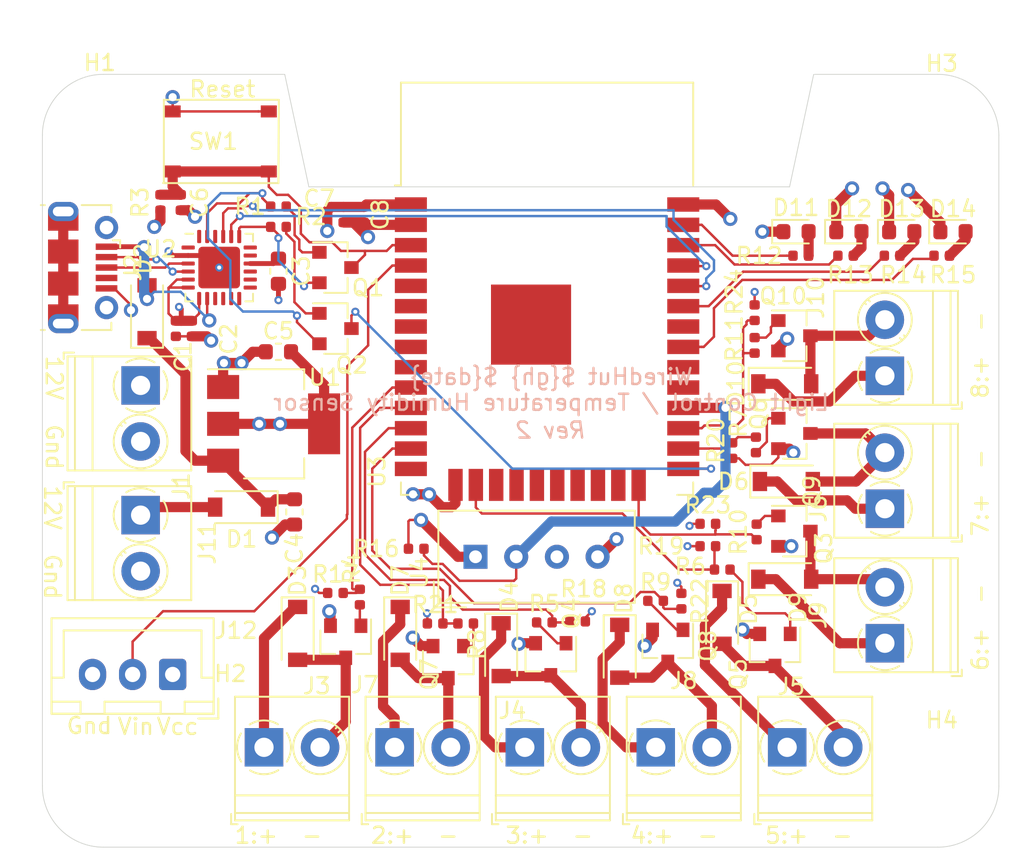
<source format=kicad_pcb>
(kicad_pcb (version 20211014) (generator pcbnew)
  (title_block (date "${date}") (rev "${gh}") (comment 4 "@Comment4@"))
  (layers (0 "F.Cu" signal) (1 "In1.Cu" power) (2 "In2.Cu" power) (31 "B.Cu" signal) (34 "B.Paste" user) (35 "F.Paste" user) (36 "B.SilkS" user "B.Silkscreen") (37 "F.SilkS" user "F.Silkscreen") (38 "B.Mask" user) (39 "F.Mask" user) (44 "Edge.Cuts" user))
  (net 0 "")
  (net 1 "GND")
  (net 2 "+3V3")
  (net 3 "Net-(C3-Pad1)")
  (net 4 "Net-(C4-Pad1)")
  (net 5 "/EN")
  (net 6 "VCC")
  (net 7 "VBUS")
  (net 8 "/USB_RTS")
  (net 9 "Net-(Q1-Pad1)")
  (net 10 "/IO0")
  (net 11 "/USB_DTR")
  (net 12 "Net-(Q2-Pad1)")
  (net 13 "/USB_TX")
  (net 14 "/USB_RX")
  (net 15 "/USB_DM")
  (net 16 "/USB_DP")
  (net 17 "Net-(D3-Pad2)")
  (net 18 "Net-(D4-Pad2)")
  (net 19 "Net-(D5-Pad2)")
  (net 20 "Net-(D6-Pad2)")
  (net 21 "Net-(D7-Pad2)")
  (net 22 "Net-(D8-Pad2)")
  (net 23 "Net-(D9-Pad2)")
  (net 24 "Net-(D10-Pad2)")
  (net 25 "Net-(Q3-Pad1)")
  (net 26 "Net-(Q4-Pad1)")
  (net 27 "Net-(Q5-Pad1)")
  (net 28 "Net-(Q6-Pad1)")
  (net 29 "Net-(Q7-Pad1)")
  (net 30 "Net-(Q8-Pad1)")
  (net 31 "Net-(Q9-Pad1)")
  (net 32 "Net-(Q10-Pad1)")
  (net 33 "/PIR_A")
  (net 34 "/CH_1")
  (net 35 "/CH_3")
  (net 36 "/CH_5")
  (net 37 "/CH_7")
  (net 38 "/CH_2")
  (net 39 "/CH_4")
  (net 40 "/CH_6")
  (net 41 "/CH_8")
  (net 42 "Net-(D11-Pad2)")
  (net 43 "Net-(D12-Pad2)")
  (net 44 "Net-(D13-Pad2)")
  (net 45 "Net-(D14-Pad2)")
  (net 46 "/LED1")
  (net 47 "/LED2")
  (net 48 "/LED3")
  (net 49 "/LED4")
  (net 50 "/DHT_IO")
  (footprint "Resistor_SMD:R_0402_1005Metric" (layer "F.Cu") (at 111.2 69.85 -90)
    (fp_text reference "C1")
    (fp_text value "1uF")
  )
  (footprint "Resistor_SMD:R_0402_1005Metric" (layer "F.Cu") (at 112.2 69.85 -90)
    (fp_text reference "C2")
    (fp_text value "0.1uF")
  )
  (footprint "Resistor_SMD:R_0603_1608Metric" (layer "F.Cu") (at 117.602 66.2685 -90)
    (fp_text reference "C3")
    (fp_text value "4.7uF")
  )
  (footprint "Resistor_SMD:R_0603_1608Metric" (layer "F.Cu") (at 118.6 81.3 -90)
    (fp_text reference "C4")
    (fp_text value "1uF")
  )
  (footprint "Resistor_SMD:R_0603_1608Metric" (layer "F.Cu") (at 117.6 71.3 180)
    (fp_text reference "C5")
    (fp_text value "22uF")
  )
  (footprint "Resistor_SMD:R_0402_1005Metric" (layer "F.Cu") (at 122.936 62.738 90)
    (fp_text reference "C8")
    (fp_text value "0.1uF")
  )
  (footprint "Diode_SMD:D_SOD-123" (layer "F.Cu") (at 115.3 81 180)
    (fp_text reference "D1")
    (fp_text value "D_Schottky")
  )
  (footprint "Diode_SMD:D_SOD-123" (layer "F.Cu") (at 109.4 68.8 90)
    (fp_text reference "D2")
    (fp_text value "D_Schottky")
  )
  (footprint "Package_TO_SOT_SMD:SOT-23" (layer "F.Cu") (at 121.158 69.85)
    (fp_text reference "Q2")
    (fp_text value "Q_NPN_BEC")
  )
  (footprint "Resistor_SMD:R_0402_1005Metric" (layer "F.Cu") (at 117.602 62.23 180)
    (fp_text reference "R1")
    (fp_text value "10kR")
  )
  (footprint "Resistor_SMD:R_0402_1005Metric" (layer "F.Cu") (at 117.602 63.5 180)
    (fp_text reference "R2")
    (fp_text value "10kR")
  )
  (footprint "Resistor_SMD:R_0402_1005Metric" (layer "F.Cu") (at 110.236 61.976 -90)
    (fp_text reference "R3")
    (fp_text value "10kR")
  )
  (footprint "footprints:TS-1187A" (layer "F.Cu") (at 114 58.166)
    (fp_text reference "SW1")
    (fp_text value "SW_Push")
  )
  (footprint "Package_TO_SOT_SMD:SOT-223-3_TabPin2" (layer "F.Cu") (at 117.3 75.8)
    (fp_text reference "U1")
    (fp_text value "AZ1117-3.3")
  )
  (footprint "Package_DFN_QFN:QFN-24-1EP_4x4mm_P0.5mm_EP2.6x2.6mm" (layer "F.Cu") (at 113.904 66.04)
    (fp_text reference "U2")
    (fp_text value "CP2104")
  )
  (footprint "RF_Module:ESP32-WROOM-32" (layer "F.Cu") (at 134.366 70.358)
    (fp_text reference "U3")
    (fp_text value "ESP32-WROOM-32")
  )
  (footprint "Diode_SMD:D_SOD-123" (layer "F.Cu") (at 118.8 88.884 -90)
    (fp_text reference "D3")
    (fp_text value "D_Schottky")
  )
  (footprint "Connector_USB:USB_Micro-B_Molex-105017-0001" (layer "F.Cu") (at 105.41 66.04 -90)
    (fp_text reference "J2")
    (fp_text value "USB_B_Micro")
  )
  (footprint "Resistor_SMD:R_0402_1005Metric" (layer "F.Cu") (at 122.682 86.614 90)
    (fp_text reference "R4")
    (fp_text value "100R")
  )
  (footprint "Resistor_SMD:R_0402_1005Metric" (layer "F.Cu") (at 134.2 88.2)
    (fp_text reference "R5")
    (fp_text value "100R")
  )
  (footprint "Resistor_SMD:R_0402_1005Metric" (layer "F.Cu") (at 145.3 84.9 180)
    (fp_text reference "R6")
    (fp_text value "100R")
  )
  (footprint "Resistor_SMD:R_0402_1005Metric" (layer "F.Cu") (at 147.4 77.115 90)
    (fp_text reference "R7")
    (fp_text value "100R")
  )
  (footprint "Resistor_SMD:R_0402_1005Metric" (layer "F.Cu") (at 129.286 88.265 180)
    (fp_text reference "R8")
    (fp_text value "100R")
  )
  (footprint "Resistor_SMD:R_0402_1005Metric" (layer "F.Cu") (at 141.138 86.852)
    (fp_text reference "R9")
    (fp_text value "100R")
  )
  (footprint "Resistor_SMD:R_0402_1005Metric" (layer "F.Cu") (at 147.32 70.9 -90)
    (fp_text reference "R11")
    (fp_text value "100R")
  )
  (footprint "TerminalBlock_Phoenix:TerminalBlock_Phoenix_PT-1,5-2-3.5-H_1x02_P3.50mm_Horizontal" (layer "F.Cu") (at 109 73.4 -90)
    (fp_text reference "J1")
    (fp_text value "Screw_Terminal_01x02")
  )
  (footprint "TerminalBlock_Phoenix:TerminalBlock_Phoenix_PT-1,5-2-3.5-H_1x02_P3.50mm_Horizontal" (layer "F.Cu") (at 116.7 96)
    (fp_text reference "J3")
    (fp_text value "Screw_Terminal_01x02")
  )
  (footprint "Resistor_SMD:R_0402_1005Metric" (layer "F.Cu") (at 121.666 62.738 90)
    (fp_text reference "C7")
    (fp_text value "10uF")
  )
  (footprint "Package_TO_SOT_SMD:SOT-23" (layer "F.Cu") (at 121.158 66.04)
    (fp_text reference "Q1")
    (fp_text value "Q_NPN_BEC")
  )
  (footprint "Resistor_SMD:R_0402_1005Metric" (layer "F.Cu") (at 111.506 61.976 -90)
    (fp_text reference "C6")
    (fp_text value "0.1uF")
  )
  (footprint "Diode_SMD:D_SOD-123" (layer "F.Cu") (at 131.5 89.9 -90)
    (fp_text reference "D4")
    (fp_text value "D_Schottky")
  )
  (footprint "Diode_SMD:D_SOD-123" (layer "F.Cu") (at 145.288 87.884 -90)
    (fp_text reference "D5")
    (fp_text value "D_Schottky")
  )
  (footprint "Diode_SMD:D_SOD-123" (layer "F.Cu") (at 149.3 79.4)
    (fp_text reference "D6")
    (fp_text value "D_Schottky")
  )
  (footprint "Diode_SMD:D_SOD-123" (layer "F.Cu") (at 125.2 88.884 -90)
    (fp_text reference "D7")
    (fp_text value "D_Schottky")
  )
  (footprint "Diode_SMD:D_SOD-123" (layer "F.Cu") (at 138.9 90 -90)
    (fp_text reference "D8")
    (fp_text value "D_Schottky")
  )
  (footprint "Diode_SMD:D_SOD-123" (layer "F.Cu") (at 149.2 73.3)
    (fp_text reference "D10")
    (fp_text value "D_Schottky")
  )
  (footprint "Package_TO_SOT_SMD:SOT-23" (layer "F.Cu") (at 134.6 90.5 -90)
    (fp_text reference "Q4")
    (fp_text value "Q_NMOS_GDS")
  )
  (footprint "Package_TO_SOT_SMD:SOT-23" (layer "F.Cu") (at 148.59 89.916 -90)
    (fp_text reference "Q5")
    (fp_text value "Q_NMOS_GDS")
  )
  (footprint "Package_TO_SOT_SMD:SOT-23" (layer "F.Cu") (at 149.8 76.4)
    (fp_text reference "Q6")
    (fp_text value "Q_NMOS_GDS")
  )
  (footprint "Package_TO_SOT_SMD:SOT-23" (layer "F.Cu") (at 128.2 90.678 -90)
    (fp_text reference "Q7")
    (fp_text value "Q_NMOS_GDS")
  )
  (footprint "Package_TO_SOT_SMD:SOT-23" (layer "F.Cu") (at 141.9 89.662 -90)
    (fp_text reference "Q8")
    (fp_text value "Q_NMOS_GDS")
  )
  (footprint "TerminalBlock_Phoenix:TerminalBlock_Phoenix_PT-1,5-2-3.5-H_1x02_P3.50mm_Horizontal" (layer "F.Cu") (at 132.978 96)
    (fp_text reference "J4")
    (fp_text value "Screw_Terminal_01x02")
  )
  (footprint "TerminalBlock_Phoenix:TerminalBlock_Phoenix_PT-1,5-2-3.5-H_1x02_P3.50mm_Horizontal" (layer "F.Cu") (at 149.35 96)
    (fp_text reference "J5")
    (fp_text value "Screw_Terminal_01x02")
  )
  (footprint "TerminalBlock_Phoenix:TerminalBlock_Phoenix_PT-1,5-2-3.5-H_1x02_P3.50mm_Horizontal" (layer "F.Cu") (at 155.448 81.1 90)
    (fp_text reference "J6")
    (fp_text value "Screw_Terminal_01x02")
  )
  (footprint "TerminalBlock_Phoenix:TerminalBlock_Phoenix_PT-1,5-2-3.5-H_1x02_P3.50mm_Horizontal" (layer "F.Cu") (at 124.85 96)
    (fp_text reference "J7")
    (fp_text value "Screw_Terminal_01x02")
  )
  (footprint "TerminalBlock_Phoenix:TerminalBlock_Phoenix_PT-1,5-2-3.5-H_1x02_P3.50mm_Horizontal" (layer "F.Cu") (at 141.15 96)
    (fp_text reference "J8")
    (fp_text value "Screw_Terminal_01x02")
  )
  (footprint "TerminalBlock_Phoenix:TerminalBlock_Phoenix_PT-1,5-2-3.5-H_1x02_P3.50mm_Horizontal" (layer "F.Cu") (at 155.448 72.8 90)
    (fp_text reference "J10")
    (fp_text value "Screw_Terminal_01x02")
  )
  (footprint "Resistor_SMD:R_0402_1005Metric" (layer "F.Cu") (at 147.447 82.55 -90)
    (fp_text reference "R10")
    (fp_text value "100R")
  )
  (footprint "TerminalBlock_Phoenix:TerminalBlock_Phoenix_PT-1,5-2-3.5-H_1x02_P3.50mm_Horizontal" (layer "F.Cu") (at 155.448 89.5 90)
    (fp_text reference "J9")
    (fp_text value "Screw_Terminal_01x02")
  )
  (footprint "Package_TO_SOT_SMD:SOT-23" (layer "F.Cu") (at 149.8 82.5)
    (fp_text reference "Q9")
    (fp_text value "Q_NMOS_GDS")
  )
  (footprint "TerminalBlock_Phoenix:TerminalBlock_Phoenix_PT-1,5-2-3.5-H_1x02_P3.50mm_Horizontal" (layer "F.Cu") (at 109 81.5 -90)
    (fp_text reference "J11")
    (fp_text value "Screw_Terminal_01x02")
  )
  (footprint "Connector_JST:JST_XH_B3B-XH-A_1x03_P2.50mm_Vertical" (layer "F.Cu") (at 111 91.45 180)
    (fp_text reference "J12")
    (fp_text value "Conn_01x03")
  )
  (footprint "MountingHole:MountingHole_3.2mm_M3" (layer "F.Cu") (at 106.45 57.45)
    (fp_text reference "H1")
    (fp_text value "MountingHole")
  )
  (footprint "MountingHole:MountingHole_3.2mm_M3" (layer "F.Cu") (at 106.5 98.5)
    (fp_text reference "H2")
    (fp_text value "MountingHole")
  )
  (footprint "MountingHole:MountingHole_3.2mm_M3" (layer "F.Cu") (at 159 57.5)
    (fp_text reference "H3")
    (fp_text value "MountingHole")
  )
  (footprint "MountingHole:MountingHole_3.2mm_M3" (layer "F.Cu") (at 159 98.5)
    (fp_text reference "H4")
    (fp_text value "MountingHole")
  )
  (footprint "Diode_SMD:D_SOD-123" (layer "F.Cu") (at 149.2 85.5)
    (fp_text reference "D9")
    (fp_text value "D_Schottky")
  )
  (footprint "LED_SMD:LED_0603_1608Metric" (layer "F.Cu") (at 149.9 63.8)
    (fp_text reference "D11")
    (fp_text value "Green")
  )
  (footprint "LED_SMD:LED_0603_1608Metric" (layer "F.Cu") (at 153.2 63.8)
    (fp_text reference "D12")
    (fp_text value "Green")
  )
  (footprint "LED_SMD:LED_0603_1608Metric" (layer "F.Cu") (at 156.5 63.8)
    (fp_text reference "D13")
    (fp_text value "Red")
  )
  (footprint "LED_SMD:LED_0603_1608Metric" (layer "F.Cu") (at 159.7 63.8)
    (fp_text reference "D14")
    (fp_text value "Red")
  )
  (footprint "Resistor_SMD:R_0402_1005Metric" (layer "F.Cu") (at 150.2 65.3)
    (fp_text reference "R12")
    (fp_text value "47R")
  )
  (footprint "Resistor_SMD:R_0402_1005Metric" (layer "F.Cu") (at 153 65.3)
    (fp_text reference "R13")
    (fp_text value "47R")
  )
  (footprint "Resistor_SMD:R_0402_1005Metric" (layer "F.Cu") (at 155.9 65.3)
    (fp_text reference "R14")
    (fp_text value "150R")
  )
  (footprint "Resistor_SMD:R_0402_1005Metric" (layer "F.Cu") (at 159 65.3)
    (fp_text reference "R15")
    (fp_text value "150R")
  )
  (footprint "Sensor:Aosong_DHT11_5.5x12.0_P2.54mm" (layer "F.Cu") (at 129.9 84.1 90)
    (fp_text reference "U4")
    (fp_text value "DHT11")
  )
  (footprint "Resistor_SMD:R_0402_1005Metric" (layer "F.Cu") (at 126.2 83.6 180)
    (fp_text reference "R16")
    (fp_text value "10kR")
  )
  (footprint "Package_TO_SOT_SMD:SOT-23" (layer "F.Cu") (at 121.8 89.408 -90)
    (fp_text reference "Q3")
    (fp_text value "Q_NMOS_GSD")
  )
  (footprint "Resistor_SMD:R_0402_1005Metric" (layer "F.Cu") (at 121.158 86.36)
    (fp_text reference "R17")
    (fp_text value "10kR")
  )
  (footprint "Resistor_SMD:R_0402_1005Metric" (layer "F.Cu") (at 136.271 88.138 180)
    (fp_text reference "R18")
    (fp_text value "10kR")
  )
  (footprint "Resistor_SMD:R_0402_1005Metric" (layer "F.Cu") (at 144.399 83.439)
    (fp_text reference "R19")
    (fp_text value "10kR")
  )
  (footprint "Resistor_SMD:R_0402_1005Metric" (layer "F.Cu") (at 145.923 77.47 90)
    (fp_text reference "R20")
    (fp_text value "10kR")
  )
  (footprint "Resistor_SMD:R_0402_1005Metric" (layer "F.Cu") (at 127.381 88.265)
    (fp_text reference "R21")
    (fp_text value "10kR")
  )
  (footprint "Resistor_SMD:R_0402_1005Metric" (layer "F.Cu") (at 142.748 86.868 -90)
    (fp_text reference "R22")
    (fp_text value "10kR")
  )
  (footprint "Resistor_SMD:R_0402_1005Metric" (layer "F.Cu") (at 144.399 82.042)
    (fp_text reference "R23")
    (fp_text value "10kR")
  )
  (footprint "Resistor_SMD:R_0402_1005Metric" (layer "F.Cu") (at 147.32 68.857 -90)
    (fp_text reference "R24")
    (fp_text value "10kR")
  )
  (footprint "Package_TO_SOT_SMD:SOT-23" (layer "F.Cu") (at 149.8 70.3)
    (fp_text reference "Q10")
    (fp_text value "Q_NMOS_GDS")
  )
  (gr_line (start 102.87 57.785) (end 102.87 98.425) (layer "Edge.Cuts") (width 0.05))
  (gr_line (start 106.68 102.235) (end 158.75 102.235) (layer "Edge.Cuts") (width 0.05))
  (gr_line (start 162.56 98.425) (end 162.56 57.785) (layer "Edge.Cuts") (width 0.05))
  (gr_line (start 117.975 53.975) (end 118 54) (layer "Edge.Cuts") (width 0.05))
  (gr_line (start 151.025 53.975) (end 151 54) (layer "Edge.Cuts") (width 0.05))
  (gr_line (start 158.75 53.975) (end 151.025 53.975) (layer "Edge.Cuts") (width 0.05))
  (gr_arc (start 106.68 102.235) (mid 103.985923 101.119077) (end 102.87 98.425) (layer "Edge.Cuts") (width 0.05))
  (gr_arc (start 102.87 57.785) (mid 103.985923 55.090923) (end 106.68 53.975) (layer "Edge.Cuts") (width 0.05))
  (gr_arc (start 162.56 98.425) (mid 161.444077 101.119077) (end 158.75 102.235) (layer "Edge.Cuts") (width 0.05))
  (gr_line (start 119.5 61) (end 149.5 61) (layer "Edge.Cuts") (width 0.05))
  (gr_arc (start 158.75 53.975) (mid 161.444077 55.090923) (end 162.56 57.785) (layer "Edge.Cuts") (width 0.05))
  (gr_line (start 106.68 53.975) (end 117.975 53.975) (layer "Edge.Cuts") (width 0.05))
  (gr_line (start 149.5 61) (end 151 54) (layer "Edge.Cuts") (width 0.05))
  (gr_line (start 118 54) (end 119.5 61) (layer "Edge.Cuts") (width 0.05))
  (gr_text "Rev 2" (at 134.62 76.2) (layer "B.SilkS") (effects (font (size 1 1) (thickness 0.15) italic) (justify mirror)))
  (gr_text "WiredHut ${gh} ${date}\nLight Control / Temperature Humidity Sensor" (at 134.62 73.66) (layer "B.SilkS") (effects (font (size 1 1)) (justify mirror)))
  (gr_text "12V  Gnd" (at 103.5 83.2 270) (layer "F.SilkS") (effects (font (size 1 1))))
  (gr_text "5:+  -" (at 150.7 101.5) (layer "F.SilkS") (effects (font (size 1 1))))
  (gr_text "Gnd" (at 105.8 94.65) (layer "F.SilkS") (effects (font (size 1 1))))
  (gr_text "6:+  -" (at 161.4 88.5 90) (layer "F.SilkS") (effects (font (size 1 1))))
  (gr_text "8:+  -" (at 161.4 71.5 90) (layer "F.SilkS") (effects (font (size 1 1))))
  (gr_text "Vcc" (at 111.3 94.7) (layer "F.SilkS") (effects (font (size 1 1))))
  (gr_text "Vin" (at 108.7 94.7) (layer "F.SilkS") (effects (font (size 1 1))))
  (gr_text "4:+  -" (at 142.3 101.5) (layer "F.SilkS") (effects (font (size 1 1))))
  (gr_text "12V  Gnd" (at 103.6 75.1 270) (layer "F.SilkS") (effects (font (size 1 1))))
  (gr_text "2:+  -" (at 126.1 101.5) (layer "F.SilkS") (effects (font (size 1 1))))
  (gr_text "1:+  -" (at 117.6 101.5) (layer "F.SilkS") (effects (font (size 1 1))))
  (gr_text "Reset" (at 114.1 54.9) (layer "F.SilkS") (effects (font (size 1 1))))
  (gr_text "7:+  -" (at 161.4 80.1 90) (layer "F.SilkS") (effects (font (size 1 1))))
  (gr_text "3:+  -" (at 134.5 101.5) (layer "F.SilkS") (effects (font (size 1 1))))
  (segment (start 142.866 62.103) (end 144.903 62.103) (width 0.635) (layer "F.Cu") (net 1))
  (segment (start 118.0125 82.0875) (end 117.2 82.9) (width 0.635) (layer "F.Cu") (net 1))
  (segment (start 147.64 88.916) (end 146.828 88.916) (width 0.635) (layer "F.Cu") (net 1))
  (segment (start 111.991 62.461) (end 112.395 62.865) (width 0.635) (layer "F.Cu") (net 1))
  (segment (start 147.32 68.372) (end 147.32 67.564) (width 0.1524) (layer "F.Cu") (net 1))
  (segment (start 125.866 62.103) (end 123.086 62.103) (width 0.635) (layer "F.Cu") (net 1))
  (segment (start 116.8125 71.3) (end 116 71.3) (width 0.635) (layer "F.Cu") (net 1))
  (segment (start 140.95 88.662) (end 140.95 89.174) (width 0.635) (layer "F.Cu") (net 1))
  (segment (start 122.936 62.253) (end 121.666 62.253) (width 0.635) (layer "F.Cu") (net 1))
  (segment (start 148.3434 78.359) (end 148.8 77.9024) (width 0.1524) (layer "F.Cu") (net 1))
  (segment (start 140.95 89.174) (end 140.462 89.662) (width 0.635) (layer "F.Cu") (net 1))
  (segment (start 111.2 70.335) (end 112.2 70.335) (width 0.1524) (layer "F.Cu") (net 1))
  (segment (start 120.87609 62.25791) (end 120.65 62.484) (width 0.635) (layer "F.Cu") (net 1))
  (segment (start 113.154 65.29) (end 113.904 66.04) (width 0.3048) (layer "F.Cu") (net 1))
  (segment (start 126.896 87.653) (end 126.873 87.63) (width 0.1524) (layer "F.Cu") (net 1))
  (segment (start 143.914 83.439) (end 143.129 83.439) (width 0.1524) (layer "F.Cu") (net 1))
  (segment (start 107.3475 67.34) (end 108.4 68.3925) (width 0.1524) (layer "F.Cu") (net 1))
  (segment (start 108.4 68.3925) (end 108.4 68.7) (width 0.1524) (layer "F.Cu") (net 1))
  (segment (start 117 56.291) (end 116.3476 56.291) (width 0.1524) (layer "F.Cu") (net 1))
  (segment (start 152.4125 63.8) (end 152.4125 62.0875) (width 0.635) (layer "F.Cu") (net 1))
  (segment (start 127.25 89.678) (end 126.508 89.678) (width 0.635) (layer "F.Cu") (net 1))
  (segment (start 115.3 72) (end 114.2 72) (width 0.635) (layer "F.Cu") (net 1))
  (segment (start 137.6 84.1) (end 138.7 83) (width 0.635) (layer "F.Cu") (net 1))
  (segment (start 148.8 83.45) (end 149.595 83.45) (width 0.635) (layer "F.Cu") (net 1))
  (segment (start 127.8 81) (end 127 80.2) (width 0.635) (layer "F.Cu") (net 1))
  (segment (start 148.8 71.25) (end 148.8 71.037) (width 0.635) (layer "F.Cu") (net 1))
  (segment (start 116.3476 56.291) (end 111 56.291) (width 0.1524) (layer "F.Cu") (net 1))
  (segment (start 143.914 82.042) (end 143.383 82.042) (width 0.1524) (layer "F.Cu") (net 1))
  (segment (start 113.135 70.335) (end 113.4 70.6) (width 0.635) (layer "F.Cu") (net 1))
  (segment (start 155.7125 61.5125) (end 155.3 61.1) (width 0.635) (layer "F.Cu") (net 1))
  (segment (start 144.903 62.103) (end 145.8 63) (width 0.635) (layer "F.Cu") (net 1))
  (segment (start 117.602 67.056) (end 117.602 68.072) (width 0.3048) (layer "F.Cu") (net 1))
  (segment (start 136.756 87.907) (end 137.16 87.503) (width 0.1524) (layer "F.Cu") (net 1))
  (segment (start 106.8725 67.34) (end 107.3475 67.34) (width 0.1524) (layer "F.Cu") (net 1))
  (segment (start 137.52 84.1) (end 137.6 84.1) (width 0.635) (layer "F.Cu") (net 1))
  (segment (start 146.343 77.955) (end 146.747 78.359) (width 0.1524) (layer "F.Cu") (net 1))
  (segment (start 149.595 83.45) (end 149.606 83.439) (width 0.635) (layer "F.Cu") (net 1))
  (segment (start 114.15 72.05) (end 114.2 72) (width 0.635) (layer "F.Cu") (net 1))
  (segment (start 118.6 82.0875) (end 118.0125 82.0875) (width 0.635) (layer "F.Cu") (net 1))
  (segment (start 132.623 89.5) (end 132.588 89.535) (width 0.635) (layer "F.Cu") (net 1))
  (segment (start 148.8 77.9024) (end 148.8 77.35) (width 0.1524) (layer "F.Cu") (net 1))
  (segment (start 145.923 77.955) (end 146.343 77.955) (width 0.1524) (layer "F.Cu") (net 1))
  (segment (start 111.9665 65.29) (end 113.154 65.29) (width 0.3048) (layer "F.Cu") (net 1))
  (segment (start 128.4 81) (end 127.8 81) (width 0.635) (layer "F.Cu") (net 1))
  (segment (start 120.65 62.484) (end 120.65 63.754) (width 0.635) (layer "F.Cu") (net 1))
  (segment (start 142.748 85.979) (end 142.494 85.725) (width 0.1524) (layer "F.Cu") (net 1))
  (segment (start 148.8 77.35) (end 149.486 77.35) (width 0.635) (layer "F.Cu") (net 1))
  (segment (start 133.65 89.5) (end 132.623 89.5) (width 0.635) (layer "F.Cu") (net 1))
  (segment (start 111.01 65.29) (end 110.744 65.024) (width 0.3048) (layer "F.Cu") (net 1))
  (segment (start 111.9665 65.29) (end 111.01 65.29) (width 0.3048) (layer "F.Cu") (net 1))
  (segment (start 127 80.2) (end 126 80.2) (width 0.635) (layer "F.Cu") (net 1))
  (segment (start 121.666 62.253) (end 120.881 62.253) (width 0.635) (layer "F.Cu") (net 1))
  (segment (start 128.651 80.749) (end 128.4 81) (width 0.635) (layer "F.Cu") (net 1))
  (segment (start 120.881 62.253) (end 120.87609 62.25791) (width 0.635) (layer "F.Cu") (net 1))
  (segment (start 149.1125 63.8) (end 147.8 63.8) (width 0.635) (layer "F.Cu") (net 1))
  (segment (start 111.506 62.461) (end 111.991 62.461) (width 0.635) (layer "F.Cu") (net 1))
  (segment (start 126.508 89.678) (end 125.984 89.154) (width 0.635) (layer "F.Cu") (net 1))
  (segment (start 149.486 77.35) (end 149.733 77.597) (width 0.635) (layer "F.Cu") (net 1))
  (segment (start 112.2 70.335) (end 113.135 70.335) (width 0.635) (layer "F.Cu") (net 1))
  (segment (start 111 56.291) (end 111 55.4) (width 0.1524) (layer "F.Cu") (net 1))
  (segment (start 155.7125 63.8) (end 155.7125 61.5125) (width 0.635) (layer "F.Cu") (net 1))
  (segment (start 104.1725 63.14) (end 104.1725 65.04) (width 0.635) (layer "F.Cu") (net 1))
  (segment (start 152.4125 62.0875) (end 153.4 61.1) (width 0.635) (layer "F.Cu") (net 1))
  (segment (start 126.896 88.265) (end 126.896 87.653) (width 0.1524) (layer "F.Cu") (net 1))
  (segment (start 104.1725 67.04) (end 104.1725 68.94) (width 0.635) (layer "F.Cu") (net 1))
  (segment (start 120.85 88.408) (end 120.85 87.576) (width 0.635) (layer "F.Cu") (net 1))
  (segment (start 148.8 71.037) (end 149.352 70.485) (width 0.635) (layer "F.Cu") (net 1))
  (segment (start 123.086 62.103) (end 122.936 62.253) (width 0.635) (layer "F.Cu") (net 1))
  (segment (start 146.828 88.916) (end 146.558 88.646) (width 0.635) (layer "F.Cu") (net 1))
  (segment (start 136.756 88.138) (end 136.756 87.907) (width 0.1524) (layer "F.Cu") (net 1))
  (segment (start 104.1725 65.04) (end 104.1725 67.04) (width 0.635) (layer "F.Cu") (net 1))
  (segment (start 143.383 82.042) (end 143.256 82.169) (width 0.1524) (layer "F.Cu") (net 1))
  (segment (start 120.142 86.36) (end 119.888 86.106) (width 0.1524) (layer "F.Cu") (net 1))
  (segment (start 128.651 79.613) (end 128.651 80.749) (width 0.635) (layer "F.Cu") (net 1))
  (segment (start 116 71.3) (end 115.3 72) (width 0.635) (layer "F.Cu") (net 1))
  (segment (start 120.673 86.36) (end 120.142 86.36) (width 0.1524) (layer "F.Cu") (net 1))
  (segment (start 158.9125 63.2125) (end 156.9 61.2) (width 0.635) (layer "F.Cu") (net 1))
  (segment (start 120.85 87.576) (end 120.777 87.503) (width 0.635) (layer "F.Cu") (net 1))
  (segment (start 114.15 73.5) (end 114.15 72.05) (width 0.635) (layer "F.Cu") (net 1))
  (segment (start 142.748 86.383) (end 142.748 85.979) (width 0.1524) (layer "F.Cu") (net 1))
  (segment (start 158.9125 63.8) (end 158.9125 63.2125) (width 0.635) (layer "F.Cu") (net 1))
  (segment (start 146.747 78.359) (end 148.3434 78.359) (width 0.1524) (layer "F.Cu") (net 1))
  (via (at 140.462 89.662) (size 0.889) (drill 0.508) (layers "F.Cu" "B.Cu") (net 1))
  (via (at 147.32 67.564) (size 0.508) (drill 0.254) (layers "F.Cu" "B.Cu") (net 1))
  (via (at 108.4 68.7) (size 0.889) (drill 0.508) (layers "F.Cu" "B.Cu") (net 1))
  (via (at 126 80.2) (size 0.889) (drill 0.508) (layers "F.Cu" "B.Cu") (net 1))
  (via (at 113.4 70.6) (size 0.889) (drill 0.508) (layers "F.Cu" "B.Cu") (net 1))
  (via (at 156.9 61.2) (size 0.889) (drill 0.508) (layers "F.Cu" "B.Cu") (net 1))
  (via (at 149.733 77.597) (size 0.889) (drill 0.508) (layers "F.Cu" "B.Cu") (net 1))
  (via (at 113.904 66.04) (size 0.508) (drill 0.254) (layers "F.Cu" "B.Cu") (net 1))
  (via (at 117.2 82.9) (size 0.889) (drill 0.508) (layers "F.Cu" "B.Cu") (net 1))
  (via (at 155.3 61.1) (size 0.889) (drill 0.508) (layers "F.Cu" "B.Cu") (net 1))
  (via (at 142.494 85.725) (size 0.508) (drill 0.254) (layers "F.Cu" "B.Cu") (net 1))
  (via (at 127 80.2) (size 0.889) (drill 0.508) (layers "F.Cu" "B.Cu") (net 1))
  (via (at 145.8 63) (size 0.889) (drill 0.508) (layers "F.Cu" "B.Cu") (net 1))
  (via (at 147.8 63.8) (size 0.889) (drill 0.508) (layers "F.Cu" "B.Cu") (net 1))
  (via (at 149.606 83.439) (size 0.889) (drill 0.508) (layers "F.Cu" "B.Cu") (net 1))
  (via (at 112.395 62.865) (size 0.889) (drill 0.508) (layers "F.Cu" "B.Cu") (net 1))
  (via (at 110.744 65.024) (size 0.508) (drill 0.254) (layers "F.Cu" "B.Cu") (net 1))
  (via (at 111 55.4) (size 0.889) (drill 0.508) (layers "F.Cu" "B.Cu") (net 1))
  (via (at 114.2 72) (size 0.889) (drill 0.508) (layers "F.Cu" "B.Cu") (net 1))
  (via (at 143.129 83.439) (size 0.508) (drill 0.254) (layers "F.Cu" "B.Cu") (net 1))
  (via (at 120.777 87.503) (size 0.889) (drill 0.508) (layers "F.Cu" "B.Cu") (net 1))
  (via (at 117.602 68.072) (size 0.508) (drill 0.254) (layers "F.Cu" "B.Cu") (net 1))
  (via (at 138.7 83) (size 0.889) (drill 0.508) (layers "F.Cu" "B.Cu") (net 1))
  (via (at 153.4 61.1) (size 0.889) (drill 0.508) (layers "F.Cu" "B.Cu") (net 1))
  (via (at 143.256 82.169) (size 0.508) (drill 0.254) (layers "F.Cu" "B.Cu") (net 1))
  (via (at 115.3 72) (size 0.889) (drill 0.508) (layers "F.Cu" "B.Cu") (net 1))
  (via (at 149.352 70.485) (size 0.889) (drill 0.508) (layers "F.Cu" "B.Cu") (net 1))
  (via (at 126.873 87.63) (size 0.508) (drill 0.254) (layers "F.Cu" "B.Cu") (net 1))
  (via (at 125.984 89.154) (size 0.889) (drill 0.508) (layers "F.Cu" "B.Cu") (net 1))
  (via (at 132.588 89.535) (size 0.889) (drill 0.508) (layers "F.Cu" "B.Cu") (net 1))
  (via (at 146.558 88.646) (size 0.889) (drill 0.508) (layers "F.Cu" "B.Cu") (net 1))
  (via (at 119.888 86.106) (size 0.508) (drill 0.254) (layers "F.Cu" "B.Cu") (net 1))
  (via (at 120.65 63.754) (size 0.889) (drill 0.508) (layers "F.Cu" "B.Cu") (net 1))
  (via (at 137.16 87.503) (size 0.508) (drill 0.254) (layers "F.Cu" "B.Cu") (net 1))
  (segment (start 117.7 75.8) (end 116.4 75.8) (width 0.635) (layer "F.Cu") (net 2))
  (segment (start 121.666 63.223) (end 122.278 63.223) (width 0.635) (layer "F.Cu") (net 2))
  (segment (start 125.871383 81.8) (end 126.5 81.8) (width 0.1524) (layer "F.Cu") (net 2))
  (segment (start 120.45 73.3625) (end 118.3875 71.3) (width 0.635) (layer "F.Cu") (net 2))
  (segment (start 110.744 68.909) (end 111.2 69.365) (width 0.1524) (layer "F.Cu") (net 2))
  (segment (start 110.744 67.31) (end 110.764 67.29) (width 0.1524) (layer "F.Cu") (net 2))
  (segment (start 110.744 67.31) (end 111.264 66.79) (width 0.1524) (layer "F.Cu") (net 2))
  (segment (start 110.236 62.461) (end 110.236 63.119) (width 0.635) (layer "F.Cu") (net 2))
  (segment (start 111.264 66.79) (end 111.9665 66.79) (width 0.1524) (layer "F.Cu") (net 2))
  (segment (start 110.236 63.119) (end 109.855 63.5) (width 0.635) (layer "F.Cu") (net 2))
  (segment (start 122.278 63.223) (end 123.19 64.135) (width 0.635) (layer "F.Cu") (net 2))
  (segment (start 120.45 75.8) (end 120.45 73.3625) (width 0.635) (layer "F.Cu") (net 2))
  (segment (start 111.535 69.365) (end 112.2 69.365) (width 0.635) (layer "F.Cu") (net 2))
  (segment (start 128.8 84.1) (end 126.5 81.8) (width 0.635) (layer "F.Cu") (net 2))
  (segment (start 123.086 63.373) (end 122.936 63.223) (width 0.635) (layer "F.Cu") (net 2))
  (segment (start 110.764 67.29) (end 111.9665 67.29) (width 0.1524) (layer "F.Cu") (net 2))
  (segment (start 125.715 83.6) (end 125.715 81.885) (width 0.1524) (layer "F.Cu") (net 2))
  (segment (start 114.15 75.8) (end 116.4 75.8) (width 0.635) (layer "F.Cu") (net 2))
  (segment (start 125.8 81.8) (end 125.871383 81.8) (width 0.1524) (layer "F.Cu") (net 2))
  (segment (start 111.535 68.635) (end 111.4 68.5) (width 0.3048) (layer "F.Cu") (net 2))
  (segment (start 112.654 67.9775) (end 112.654 68.911) (width 0.1524) (layer "F.Cu") (net 2))
  (segment (start 122.936 63.223) (end 121.666 63.223) (width 0.635) (layer "F.Cu") (net 2))
  (segment (start 112.654 68.911) (end 112.2 69.365) (width 0.1524) (layer "F.Cu") (net 2))
  (segment (start 125.715 81.885) (end 125.8 81.8) (width 0.1524) (layer "F.Cu") (net 2))
  (segment (start 111.2 69.365) (end 111.535 69.365) (width 0.635) (layer "F.Cu") (net 2))
  (segment (start 110.744 67.31) (end 110.744 68.909) (width 0.1524) (layer "F.Cu") (net 2))
  (segment (start 125.866 63.373) (end 123.086 63.373) (width 0.635) (layer "F.Cu") (net 2))
  (segment (start 111.535 69.365) (end 111.535 68.635) (width 0.3048) (layer "F.Cu") (net 2))
  (segment (start 117.7 75.8) (end 120.45 75.8) (width 0.635) (layer "F.Cu") (net 2))
  (segment (start 129.9 84.1) (end 128.8 84.1) (width 0.635) (layer "F.Cu") (net 2))
  (via (at 123.19 64.135) (size 0.889) (drill 0.508) (layers "F.Cu" "B.Cu") (net 2))
  (via (at 116.4 75.8) (size 0.889) (drill 0.508) (layers "F.Cu" "B.Cu") (net 2))
  (via (at 109.855 63.5) (size 0.889) (drill 0.508) (layers "F.Cu" "B.Cu") (net 2))
  (via (at 111.4 68.5) (size 0.508) (drill 0.254) (layers "F.Cu" "B.Cu") (net 2))
  (via (at 117.7 75.8) (size 0.889) (drill 0.508) (layers "F.Cu" "B.Cu") (net 2))
  (via (at 126.5 81.8) (size 0.889) (drill 0.508) (layers "F.Cu" "B.Cu") (net 2))
  (segment (start 117.602 65.481) (end 117.293 65.79) (width 0.3048) (layer "F.Cu") (net 3))
  (segment (start 117.293 65.79) (end 115.8415 65.79) (width 0.3048) (layer "F.Cu") (net 3))
  (segment (start 118.6 80.5125) (end 117.4375 80.5125) (width 0.635) (layer "F.Cu") (net 4))
  (segment (start 117.4375 80.5125) (end 116.95 81) (width 0.635) (layer "F.Cu") (net 4))
  (segment (start 112.4 78.1) (end 114.15 78.1) (width 0.635) (layer "F.Cu") (net 4))
  (segment (start 109.55 70.45) (end 111.8 72.7) (width 0.635) (layer "F.Cu") (net 4))
  (segment (start 111.8 72.7) (end 111.8 77.5) (width 0.635) (layer "F.Cu") (net 4))
  (segment (start 109.4 70.45) (end 109.55 70.45) (width 0.635) (layer "F.Cu") (net 4))
  (segment (start 114.15 78.1) (end 114.15 78.2) (width 0.635) (layer "F.Cu") (net 4))
  (segment (start 111.8 77.5) (end 112.4 78.1) (width 0.635) (layer "F.Cu") (net 4))
  (segment (start 114.15 78.2) (end 116.95 81) (width 0.635) (layer "F.Cu") (net 4))
  (segment (start 117 61) (end 117 60.041) (width 0.1524) (layer "F.Cu") (net 5))
  (segment (start 118.2089 61.5) (end 117.5 61.5) (width 0.1524) (layer "F.Cu") (net 5))
  (segment (start 111 60.041) (end 117 60.041) (width 0.635) (layer "F.Cu") (net 5))
  (segment (start 121.5 65) (end 120.961399 64.461399) (width 0.1524) (layer "F.Cu") (net 5))
  (segment (start 125.866 64.643) (end 124.7136 64.643) (width 0.1524) (layer "F.Cu") (net 5))
  (segment (start 111 60.985) (end 111.506 61.491) (width 0.635) (layer "F.Cu") (net 5))
  (segment (start 119 63.922798) (end 119 62.2911) (width 0.1524) (layer "F.Cu") (net 5))
  (segment (start 120.961399 64.461399) (end 119.538601 64.461399) (width 0.1524) (layer "F.Cu") (net 5))
  (segment (start 119.538601 64.461399) (end 119 63.922798) (width 0.1524) (layer "F.Cu") (net 5))
  (segment (start 123 65.248) (end 122.208 66.04) (width 0.1524) (layer "F.Cu") (net 5))
  (segment (start 124.7136 64.643) (end 124.3566 65) (width 0.1524) (layer "F.Cu") (net 5))
  (segment (start 110.236 61.491) (end 111.506 61.491) (width 0.635) (layer "F.Cu") (net 5))
  (segment (start 117.5 61.5) (end 117 61) (width 0.1524) (layer "F.Cu") (net 5))
  (segment (start 119 62.2911) (end 118.2089 61.5) (width 0.1524) (layer "F.Cu") (net 5))
  (segment (start 124.3566 65) (end 123 65) (width 0.1524) (layer "F.Cu") (net 5))
  (segment (start 111 60.041) (end 111 60.985) (width 0.635) (layer "F.Cu") (net 5))
  (segment (start 123 65) (end 123 65.248) (width 0.1524) (layer "F.Cu") (net 5))
  (segment (start 123 65) (end 121.5 65) (width 0.1524) (layer "F.Cu") (net 5))
  (segment (start 122.208 66.04) (end 122.158 66.04) (width 0.1524) (layer "F.Cu") (net 5))
  (segment (start 153.613 72.8) (end 155.448 72.8) (width 0.635) (layer "F.Cu") (net 6))
  (segment (start 130.430099 95.287099) (end 130.430099 90.404901) (width 0.635) (layer "F.Cu") (net 6))
  (segment (start 148.635 85.5) (end 152.635 89.5) (width 0.635) (layer "F.Cu") (net 6))
  (segment (start 144.218099 88.388901) (end 145.288 87.319) (width 0.635) (layer "F.Cu") (net 6))
  (segment (start 149.35 96) (end 144.218099 90.868099) (width 0.635) (layer "F.Cu") (net 6))
  (segment (start 118.65 87.234) (end 118.8 87.234) (width 0.635) (layer "F.Cu") (net 6))
  (segment (start 124.130099 89.388901) (end 125.2 88.319) (width 0.635) (layer "F.Cu") (net 6))
  (segment (start 113.65 81) (end 109.5 81) (width 0.635) (layer "F.Cu") (net 6))
  (segment (start 139.315 96) (end 141.15 96) (width 0.635) (layer "F.Cu") (net 6))
  (segment (start 145.288 87.319) (end 145.288 86.234) (width 0.635) (layer "F.Cu") (net 6))
  (segment (start 124.85 96) (end 124.85 94.165) (width 0.635) (layer "F.Cu") (net 6))
  (segment (start 109.5 81) (end 109 81.5) (width 0.635) (layer "F.Cu") (net 6))
  (segment (start 125.2 88.319) (end 125.2 87.234) (width 0.635) (layer "F.Cu") (net 6))
  (segment (start 132.978 96) (end 131.143 96) (width 0.635) (layer "F.Cu") (net 6))
  (segment (start 149.735 74.4) (end 152.013 74.4) (width 0.635) (layer "F.Cu") (net 6))
  (segment (start 153.093099 80.580099) (end 153.613 81.1) (width 0.635) (layer "F.Cu") (net 6))
  (segment (start 137.830099 90.504901) (end 137.830099 94.515099) (width 0.635) (layer "F.Cu") (net 6))
  (segment (start 116.7 96) (end 116.7 89.184) (width 0.635) (layer "F.Cu") (net 6))
  (segment (start 147.65 79.4) (end 148.735 79.4) (width 0.635) (layer "F.Cu") (net 6))
  (segment (start 131.143 96) (end 130.430099 95.287099) (width 0.635) (layer "F.Cu") (net 6))
  (segment (start 152.013 74.4) (end 153.613 72.8) (width 0.635) (layer "F.Cu") (net 6))
  (segment (start 130.430099 90.404901) (end 131.5 89.335) (width 0.635) (layer "F.Cu") (net 6))
  (segment (start 153.613 81.1) (end 155.448 81.1) (width 0.635) (layer "F.Cu") (net 6))
  (segment (start 144.218099 90.868099) (end 144.218099 88.388901) (width 0.635) (layer "F.Cu") (net 6))
  (segment (start 116.7 89.184) (end 118.65 87.234) (width 0.635) (layer "F.Cu") (net 6))
  (segment (start 149.915099 80.580099) (end 153.093099 80.580099) (width 0.635) (layer "F.Cu") (net 6))
  (segment (start 124.130099 93.445099) (end 124.130099 89.388901) (width 0.635) (layer "F.Cu") (net 6))
  (segment (start 148.735 79.4) (end 149.915099 80.580099) (width 0.635) (layer "F.Cu") (net 6))
  (segment (start 147.55 73.3) (end 148.635 73.3) (width 0.635) (layer "F.Cu") (net 6))
  (segment (start 124.85 94.165) (end 124.130099 93.445099) (width 0.635) (layer "F.Cu") (net 6))
  (segment (start 137.830099 94.515099) (end 139.315 96) (width 0.635) (layer "F.Cu") (net 6))
  (segment (start 153.613 89.5) (end 155.448 89.5) (width 0.635) (layer "F.Cu") (net 6))
  (segment (start 138.9 88.35) (end 138.9 89.435) (width 0.635) (layer "F.Cu") (net 6))
  (segment (start 147.55 85.5) (end 148.635 85.5) (width 0.635) (layer "F.Cu") (net 6))
  (segment (start 148.635 73.3) (end 149.735 74.4) (width 0.635) (layer "F.Cu") (net 6))
  (segment (start 152.635 89.5) (end 153.613 89.5) (width 0.635) (layer "F.Cu") (net 6))
  (segment (start 131.5 89.335) (end 131.5 88.25) (width 0.635) (layer "F.Cu") (net 6))
  (segment (start 138.9 89.435) (end 137.830099 90.504901) (width 0.635) (layer "F.Cu") (net 6))
  (segment (start 106.8725 64.74) (end 109.19 64.74) (width 0.3048) (layer "F.Cu") (net 7))
  (segment (start 113.154 67.9775) (end 113.154 69.212) (width 0.1524) (layer "F.Cu") (net 7))
  (segment (start 113.154 69.212) (end 113.284 69.342) (width 0.1524) (layer "F.Cu") (net 7))
  (segment (start 109.4 68) (end 109.4 67.15) (width 0.635) (layer "F.Cu") (net 7))
  (segment (start 109.19 64.74) (end 109.22 64.77) (width 0.3048) (layer "F.Cu") (net 7))
  (via (at 109.4 68) (size 0.889) (drill 0.508) (layers "F.Cu" "B.Cu") (net 7))
  (via (at 113.284 69.342) (size 0.889) (drill 0.508) (layers "F.Cu" "B.Cu") (net 7))
  (via (at 109.22 64.77) (size 0.889) (drill 0.508) (layers "F.Cu" "B.Cu") (net 7))
  (segment (start 109.22 67.82) (end 109.4 68) (width 0.635) (layer "B.Cu") (net 7))
  (segment (start 111.497501 67.555501) (end 109.844499 67.555501) (width 0.1524) (layer "B.Cu") (net 7))
  (segment (start 109.22 64.77) (end 109.22 67.82) (width 0.635) (layer "B.Cu") (net 7))
  (segment (start 113.284 69.342) (end 111.497501 67.555501) (width 0.1524) (layer "B.Cu") (net 7))
  (segment (start 109.844499 67.555501) (end 109.4 68) (width 0.1524) (layer "B.Cu") (net 7))
  (segment (start 115.154 64.1025) (end 115.154 63.59) (width 0.1524) (layer "F.Cu") (net 8))
  (segment (start 120.158 66.99) (end 119.41 66.99) (width 0.1524) (layer "F.Cu") (net 8))
  (segment (start 117.6 63.983) (end 117.117 63.5) (width 0.1524) (layer "F.Cu") (net 8))
  (segment (start 119.41 66.99) (end 119.2 67.2) (width 0.1524) (layer "F.Cu") (net 8))
  (segment (start 115.154 63.59) (end 115.244 63.5) (width 0.1524) (layer "F.Cu") (net 8))
  (segment (start 115.244 63.5) (end 117.117 63.5) (width 0.1524) (layer "F.Cu") (net 8))
  (segment (start 117.6 64.2) (end 117.6 63.983) (width 0.1524) (layer "F.Cu") (net 8))
  (via (at 117.6 64.2) (size 0.508) (drill 0.254) (layers "F.Cu" "B.Cu") (net 8))
  (via (at 119.2 67.2) (size 0.508) (drill 0.254) (layers "F.Cu" "B.Cu") (net 8))
  (segment (start 119.2 67.2) (end 117.6 65.6) (width 0.1524) (layer "B.Cu") (net 8))
  (segment (start 117.6 65.6) (end 117.6 64.2) (width 0.1524) (layer "B.Cu") (net 8))
  (segment (start 118.61061 64.012544) (end 118.90481 64.306744) (width 0.1524) (layer "F.Cu") (net 9))
  (segment (start 118.61061 62.75361) (end 118.61061 64.012544) (width 0.1524) (layer "F.Cu") (net 9))
  (segment (start 118.90481 64.306744) (end 118.90481 64.90481) (width 0.1524) (layer "F.Cu") (net 9))
  (segment (start 118.90481 64.90481) (end 119.09 65.09) (width 0.1524) (layer "F.Cu") (net 9))
  (segment (start 119.09 65.09) (end 120.158 65.09) (width 0.1524) (layer "F.Cu") (net 9))
  (segment (start 118.087 62.23) (end 118.61061 62.75361) (width 0.1524) (layer "F.Cu") (net 9))
  (segment (start 142.879 78.6) (end 142.866 78.613) (width 0.1524) (layer "F.Cu") (net 10))
  (segment (start 122.158 69.042) (end 122.4 68.8) (width 0.1524) (layer "F.Cu") (net 10))
  (segment (start 122.158 69.85) (end 122.158 69.042) (width 0.1524) (layer "F.Cu") (net 10))
  (segment (start 144.6 78.6) (end 142.879 78.6) (width 0.1524) (layer "F.Cu") (net 10))
  (via (at 122.4 68.8) (size 0.508) (drill 0.254) (layers "F.Cu" "B.Cu") (net 10))
  (via (at 144.6 78.6) (size 0.508) (drill 0.254) (layers "F.Cu" "B.Cu") (net 10))
  (segment (start 122.4 68.8) (end 132.2 78.6) (width 0.1524) (layer "B.Cu") (net 10))
  (segment (start 132.2 78.6) (end 144.6 78.6) (width 0.1524) (layer "B.Cu") (net 10))
  (segment (start 115.8 61.4) (end 116.6 61.4) (width 0.1524) (layer "F.Cu") (net 11))
  (segment (start 113.154 62.646) (end 113.76289 62.03711) (width 0.1524) (layer "F.Cu") (net 11))
  (segment (start 120.158 70.8) (end 120.108 70.8) (width 0.1524) (layer "F.Cu") (net 11))
  (segment (start 113.154 64.1025) (end 113.154 62.646) (width 0.1524) (layer "F.Cu") (net 11))
  (segment (start 118.75875 69.45075) (end 118.75875 69.04125) (width 0.1524) (layer "F.Cu") (net 11))
  (segment (start 113.76289 62.03711) (end 115.16289 62.03711) (width 0.1524) (layer "F.Cu") (net 11))
  (segment (start 120.108 70.8) (end 118.75875 69.45075) (width 0.1524) (layer "F.Cu") (net 11))
  (segment (start 116.6 61.713) (end 117.117 62.23) (width 0.1524) (layer "F.Cu") (net 11))
  (segment (start 115.16289 62.03711) (end 115.8 61.4) (width 0.1524) (layer "F.Cu") (net 11))
  (segment (start 116.6 61.4) (end 116.6 61.713) (width 0.1524) (layer "F.Cu") (net 11))
  (via (at 118.75875 69.04125) (size 0.508) (drill 0.254) (layers "F.Cu" "B.Cu") (net 11))
  (via (at 116.6 61.4) (size 0.508) (drill 0.254) (layers "F.Cu" "B.Cu") (net 11))
  (segment (start 114 61.4) (end 116.6 61.4) (width 0.1524) (layer "B.Cu") (net 11))
  (segment (start 115.387251 68.787251) (end 114.6 68) (width 0.1524) (layer "B.Cu") (net 11))
  (segment (start 113.2 62.2) (end 114 61.4) (width 0.1524) (layer "B.Cu") (net 11))
  (segment (start 114.6 68) (end 114.6 65.6) (width 0.1524) (layer "B.Cu") (net 11))
  (segment (start 118.75875 69.04125) (end 118.504751 68.787251) (width 0.1524) (layer "B.Cu") (net 11))
  (segment (start 118.504751 68.787251) (end 115.387251 68.787251) (width 0.1524) (layer "B.Cu") (net 11))
  (segment (start 113.2 64.2) (end 113.2 62.2) (width 0.1524) (layer "B.Cu") (net 11))
  (segment (start 114.6 65.6) (end 113.2 64.2) (width 0.1524) (layer "B.Cu") (net 11))
  (segment (start 118.6 68.2) (end 119.3 68.9) (width 0.1524) (layer "F.Cu") (net 12))
  (segment (start 118.087 63.92) (end 118.6 64.433) (width 0.1524) (layer "F.Cu") (net 12))
  (segment (start 118.6 64.433) (end 118.6 68.2) (width 0.1524) (layer "F.Cu") (net 12))
  (segment (start 118.087 63.5) (end 118.087 63.92) (width 0.1524) (layer "F.Cu") (net 12))
  (segment (start 119.3 68.9) (end 120.158 68.9) (width 0.1524) (layer "F.Cu") (net 12))
  (segment (start 116 62.2) (end 115.431066 62.2) (width 0.1524) (layer "F.Cu") (net 13))
  (segment (start 142.883 67.2) (end 142.866 67.183) (width 0.1524) (layer "F.Cu") (net 13))
  (segment (start 115.431066 62.2) (end 115.289146 62.34192) (width 0.1524) (layer "F.Cu") (net 13))
  (segment (start 114.45808 62.34192) (end 114.154 62.646) (width 0.1524) (layer "F.Cu") (net 13))
  (segment (start 114.154 62.646) (end 114.154 64.1025) (width 0.1524) (layer "F.Cu") (net 13))
  (segment (start 115.289146 62.34192) (end 114.45808 62.34192) (width 0.1524) (layer "F.Cu") (net 13))
  (segment (start 144.3 67.2) (end 142.883 67.2) (width 0.1524) (layer "F.Cu") (net 13))
  (via (at 116 62.2) (size 0.508) (drill 0.254) (layers "F.Cu" "B.Cu") (net 13))
  (via (at 144.3 67.2) (size 0.508) (drill 0.254) (layers "F.Cu" "B.Cu") (net 13))
  (segment (start 116.453999 62.458601) (end 142.258601 62.458601) (width 0.1524) (layer "B.Cu") (net 13))
  (segment (start 116.449397 62.453999) (end 116.453999 62.458601) (width 0.1524) (layer "B.Cu") (net 13))
  (segment (start 144.782601 65.582601) (end 144.782601 66.232601) (width 0.1524) (layer "B.Cu") (net 13))
  (segment (start 116.253999 62.453999) (end 116.449397 62.453999) (width 0.1524) (layer "B.Cu") (net 13))
  (segment (start 142.258601 62.458601) (end 142.258601 63.058601) (width 0.1524) (layer "B.Cu") (net 13))
  (segment (start 144.782601 66.232601) (end 144.3 66.715202) (width 0.1524) (layer "B.Cu") (net 13))
  (segment (start 142.258601 63.058601) (end 144.782601 65.582601) (width 0.1524) (layer "B.Cu") (net 13))
  (segment (start 144.3 66.715202) (end 144.3 67.2) (width 0.1524) (layer "B.Cu") (net 13))
  (segment (start 116 62.2) (end 116.253999 62.453999) (width 0.1524) (layer "B.Cu") (net 13))
  (segment (start 114.654 63.367478) (end 115.196958 62.82452) (width 0.1524) (layer "F.Cu") (net 14))
  (segment (start 114.654 64.1025) (end 114.654 63.367478) (width 0.1524) (layer "F.Cu") (net 14))
  (segment (start 144.3 65.95) (end 142.903 65.95) (width 0.1524) (layer "F.Cu") (net 14))
  (segment (start 142.903 65.95) (end 142.866 65.913) (width 0.1524) (layer "F.Cu") (net 14))
  (via (at 144.3 65.95) (size 0.508) (drill 0.254) (layers "F.Cu" "B.Cu") (net 14))
  (via (at 115.196958 62.82452) (size 0.508) (drill 0.254) (layers "F.Cu" "B.Cu") (net 14))
  (segment (start 141.82452 62.82452) (end 141.82452 63.47452) (width 0.1524) (layer "B.Cu") (net 14))
  (segment (start 141.82452 63.47452) (end 144.3 65.95) (width 0.1524) (layer "B.Cu") (net 14))
  (segment (start 115.196958 62.82452) (end 141.82452 62.82452) (width 0.1524) (layer "B.Cu") (net 14))
  (segment (start 110.998 66.294) (end 111.9625 66.294) (width 0.1524) (layer "F.Cu") (net 15))
  (segment (start 106.8725 65.39) (end 108.84381 65.39) (width 0.1524) (layer "F.Cu") (net 15))
  (segment (start 108.98581 65.532) (end 109.982 65.532) (width 0.1524) (layer "F.Cu") (net 15))
  (segment (start 111.9625 66.294) (end 111.9665 66.29) (width 0.1524) (layer "F.Cu") (net 15))
  (segment (start 108.84381 65.39) (end 108.98581 65.532) (width 0.1524) (layer "F.Cu") (net 15))
  (via (at 110.998 66.294) (size 0.508) (drill 0.254) (layers "F.Cu" "B.Cu") (net 15))
  (via (at 109.982 65.532) (size 0.508) (drill 0.254) (layers "F.Cu" "B.Cu") (net 15))
  (segment (start 109.982 65.532) (end 110.236 65.532) (width 0.1524) (layer "B.Cu") (net 15))
  (segment (start 110.236 65.532) (end 110.998 66.294) (width 0.1524) (layer "B.Cu") (net 15))
  (segment (start 110.79575 65.79) (end 111.9665 65.79) (width 0.1524) (layer "F.Cu") (net 16))
  (segment (start 110.53775 66.04) (end 110.79175 65.786) (width 0.1524) (layer "F.Cu") (net 16))
  (segment (start 106.8725 66.04) (end 110.53775 66.04) (width 0.1524) (layer "F.Cu") (net 16))
  (segment (start 110.79175 65.786) (end 110.79575 65.79) (width 0.1524) (layer "F.Cu") (net 16))
  (segment (start 121.8 94.4) (end 120.2 96) (width 0.635) (layer "F.Cu") (net 17))
  (segment (start 118.8 90.534) (end 121.674 90.534) (width 0.635) (layer "F.Cu") (net 17))
  (segment (start 121.674 90.534) (end 121.8 90.408) (width 0.635) (layer "F.Cu") (net 17))
  (segment (start 121.8 90.408) (end 121.8 94.4) (width 0.635) (layer "F.Cu") (net 17))
  (segment (start 136.478 96) (end 136.478 93.378) (width 0.635) (layer "F.Cu") (net 18))
  (segment (start 136.478 93.378) (end 134.6 91.5) (width 0.635) (layer "F.Cu") (net 18))
  (segment (start 134.55 91.55) (end 134.6 91.5) (width 0.635) (layer "F.Cu") (net 18))
  (segment (start 131.5 91.55) (end 134.55 91.55) (width 0.635) (layer "F.Cu") (net 18))
  (segment (start 148.59 90.966) (end 152.85 95.226) (width 0.635) (layer "F.Cu") (net 19))
  (segment (start 152.85 95.226) (end 152.85 96) (width 0.635) (layer "F.Cu") (net 19))
  (segment (start 145.288 89.534) (end 146.67 90.916) (width 0.635) (layer "F.Cu") (net 19))
  (segment (start 148.59 90.916) (end 148.59 90.966) (width 0.635) (layer "F.Cu") (net 19))
  (segment (start 146.67 90.916) (end 148.59 90.916) (width 0.635) (layer "F.Cu") (net 19))
  (segment (start 150.8 76.4) (end 154.248 76.4) (width 0.635) (layer "F.Cu") (net 20))
  (segment (start 153.648 79.4) (end 155.448 77.6) (width 0.635) (layer "F.Cu") (net 20))
  (segment (start 150.95 79.4) (end 153.648 79.4) (width 0.635) (layer "F.Cu") (net 20))
  (segment (start 154.248 76.4) (end 155.448 77.6) (width 0.635) (layer "F.Cu") (net 20))
  (segment (start 125.2 90.534) (end 126.344 91.678) (width 0.635) (layer "F.Cu") (net 21))
  (segment (start 126.344 91.678) (end 128.2 91.678) (width 0.635) (layer "F.Cu") (net 21))
  (segment (start 128.2 91.678) (end 128.2 95.85) (width 0.635) (layer "F.Cu") (net 21))
  (segment (start 128.2 95.85) (end 128.35 96) (width 0.635) (layer "F.Cu") (net 21))
  (segment (start 140.912 91.65) (end 141.9 90.662) (width 0.635) (layer "F.Cu") (net 22))
  (segment (start 142.935 91.747) (end 141.9 90.712) (width 0.635) (layer "F.Cu") (net 22))
  (segment (start 141.9 90.712) (end 141.9 90.662) (width 0.635) (layer "F.Cu") (net 22))
  (segment (start 138.9 91.65) (end 140.912 91.65) (width 0.635) (layer "F.Cu") (net 22))
  (segment (start 144.65 93.412) (end 142.985 91.747) (width 0.635) (layer "F.Cu") (net 22))
  (segment (start 144.65 96) (end 144.65 93.412) (width 0.635) (layer "F.Cu") (net 22))
  (segment (start 142.985 91.747) (end 142.935 91.747) (width 0.635) (layer "F.Cu") (net 22))
  (segment (start 150.8 82.5) (end 150.8 85.45) (width 0.635) (layer "F.Cu") (net 23))
  (segment (start 154.948 85.5) (end 155.448 86) (width 0.635) (layer "F.Cu") (net 23))
  (segment (start 150.8 85.45) (end 150.85 85.5) (width 0.635) (layer "F.Cu") (net 23))
  (segment (start 150.85 85.5) (end 154.948 85.5) (width 0.635) (layer "F.Cu") (net 23))
  (segment (start 150.8 70.3) (end 150.8 73.25) (width 0.635) (layer "F.Cu") (net 24))
  (segment (start 150.8 73.25) (end 150.85 73.3) (width 0.635) (layer "F.Cu") (net 24))
  (segment (start 150.8 70.3) (end 154.448 70.3) (width 0.635) (layer "F.Cu") (net 24))
  (segment (start 154.448 70.3) (end 155.448 69.3) (width 0.635) (layer "F.Cu") (net 24))
  (segment (start 122.682 87.099) (end 122.682 88.34) (width 0.1524) (layer "F.Cu") (net 25))
  (segment (start 122.682 88.34) (end 122.75 88.408) (width 0.1524) (layer "F.Cu") (net 25))
  (segment (start 135.015 89.5) (end 135.55 89.5) (width 0.1524) (layer "F.Cu") (net 26))
  (segment (start 133.715 88.2) (end 135.015 89.5) (width 0.1524) (layer "F.Cu") (net 26))
  (segment (start 149.54 87.945) (end 149.54 88.916) (width 0.1524) (layer "F.Cu") (net 27))
  (segment (start 146.558 86.995) (end 147.193 87.63) (width 0.1524) (layer "F.Cu") (net 27))
  (segment (start 147.193 87.63) (end 149.225 87.63) (width 0.1524) (layer "F.Cu") (net 27))
  (segment (start 149.225 87.63) (end 149.54 87.945) (width 0.1524) (layer "F.Cu") (net 27))
  (segment (start 146.558 85.673) (end 146.558 86.995) (width 0.1524) (layer "F.Cu") (net 27))
  (segment (start 145.785 84.9) (end 146.558 85.673) (width 0.1524) (layer "F.Cu") (net 27))
  (segment (start 148.082 75.5656) (end 148.1976 75.45) (width 0.1524) (layer "F.Cu") (net 28))
  (segment (start 147.4 77.6) (end 148.082 76.918) (width 0.1524) (layer "F.Cu") (net 28))
  (segment (start 148.1976 75.45) (end 148.8 75.45) (width 0.1524) (layer "F.Cu") (net 28))
  (segment (start 148.082 76.918) (end 148.082 75.5656) (width 0.1524) (layer "F.Cu") (net 28))
  (segment (start 129.7024 89.678) (end 129.15 89.678) (width 0.1524) (layer "F.Cu") (net 29))
  (segment (start 129.771 89.6094) (end 129.7024 89.678) (width 0.1524) (layer "F.Cu") (net 29))
  (segment (start 129.771 88.265) (end 129.771 89.6094) (width 0.1524) (layer "F.Cu") (net 29))
  (segment (start 140.653 86.852) (end 142.463 88.662) (width 0.1524) (layer "F.Cu") (net 30))
  (segment (start 142.463 88.662) (end 142.85 88.662) (width 0.1524) (layer "F.Cu") (net 30))
  (segment (start 148.8 81.55) (end 147.962 81.55) (width 0.1524) (layer "F.Cu") (net 31))
  (segment (start 147.962 81.55) (end 147.447 82.065) (width 0.1524) (layer "F.Cu") (net 31))
  (segment (start 148.75 69.35) (end 148.336 69.764) (width 0.1524) (layer "F.Cu") (net 32))
  (segment (start 148.8 69.35) (end 148.75 69.35) (width 0.1524) (layer "F.Cu") (net 32))
  (segment (start 148.336 70.104) (end 148.025 70.415) (width 0.1524) (layer "F.Cu") (net 32))
  (segment (start 148.025 70.415) (end 147.32 70.415) (width 0.1524) (layer "F.Cu") (net 32))
  (segment (start 148.336 69.764) (end 148.336 70.104) (width 0.1524) (layer "F.Cu") (net 32))
  (segment (start 123.2 67.4266) (end 123.2 70.9) (width 0.1524) (layer "F.Cu") (net 33))
  (segment (start 110.4 87.5) (end 108.5 89.4) (width 0.1524) (layer "F.Cu") (net 33))
  (segment (start 125.866 65.913) (end 124.7136 65.913) (width 0.1524) (layer "F.Cu") (net 33))
  (segment (start 108.5 89.4) (end 108.5 91.45) (width 0.1524) (layer "F.Cu") (net 33))
  (segment (start 124.7136 65.913) (end 123.2 67.4266) (width 0.1524) (layer "F.Cu") (net 33))
  (segment (start 123.2 70.9) (end 121.90361 72.19639) (width 0.1524) (layer "F.Cu") (net 33))
  (segment (start 121.90361 72.19639) (end 121.90361 81.44639) (width 0.1524) (layer "F.Cu") (net 33))
  (segment (start 116.09619 87.5) (end 110.4 87.5) (width 0.1524) (layer "F.Cu") (net 33))
  (segment (start 121.90361 81.44639) (end 121.873101 81.476899) (width 0.1524) (layer "F.Cu") (net 33))
  (segment (start 121.873101 81.723089) (end 116.09619 87.5) (width 0.1524) (layer "F.Cu") (net 33))
  (segment (start 121.873101 81.476899) (end 121.873101 81.723089) (width 0.1524) (layer "F.Cu") (net 33))
  (segment (start 125.866 73.533) (end 124.7136 73.533) (width 0.1524) (layer "F.Cu") (net 34))
  (segment (start 121.643 86.36) (end 122.451 86.36) (width 0.1524) (layer "F.Cu") (net 34))
  (segment (start 122.451 86.36) (end 122.682 86.129) (width 0.1524) (layer "F.Cu") (net 34))
  (segment (start 122.26084 86.129) (end 122.682 86.129) (width 0.1524) (layer "F.Cu") (net 34))
  (segment (start 122.20842 76.03818) (end 122.20842 86.07658) (width 0.1524) (layer "F.Cu") (net 34))
  (segment (start 124.7136 73.533) (end 122.20842 76.03818) (width 0.1524) (layer "F.Cu") (net 34))
  (segment (start 122.20842 86.07658) (end 122.26084 86.129) (width 0.1524) (layer "F.Cu") (net 34))
  (segment (start 129.1 87.4) (end 128.30481 86.60481) (width 0.1524) (layer "F.Cu") (net 35))
  (segment (start 124.477066 76.073) (end 125.866 76.073) (width 0.1524) (layer "F.Cu") (net 35))
  (segment (start 134.685 88.2) (end 134.685 87.78) (width 0.1524) (layer "F.Cu") (net 35))
  (segment (start 123.00481 77.545256) (end 124.477066 76.073) (width 0.1524) (layer "F.Cu") (net 35))
  (segment (start 134.685 87.78) (end 134.305 87.4) (width 0.1524) (layer "F.Cu") (net 35))
  (segment (start 128.304809 85.923743) (end 127.926256 85.54519) (width 0.1524) (layer "F.Cu") (net 35))
  (segment (start 135.724 88.2) (end 135.786 88.138) (width 0.1524) (layer "F.Cu") (net 35))
  (segment (start 124.59519 85.54519) (end 123.00481 83.95481) (width 0.1524) (layer "F.Cu") (net 35))
  (segment (start 134.685 88.2) (end 135.724 88.2) (width 0.1524) (layer "F.Cu") (net 35))
  (segment (start 127.926256 85.54519) (end 124.59519 85.54519) (width 0.1524) (layer "F.Cu") (net 35))
  (segment (start 128.30481 86.60481) (end 128.304809 85.923743) (width 0.1524) (layer "F.Cu") (net 35))
  (segment (start 134.305 87.4) (end 129.1 87.4) (width 0.1524) (layer "F.Cu") (net 35))
  (segment (start 123.00481 83.95481) (end 123.00481 77.545256) (width 0.1524) (layer "F.Cu") (net 35))
  (segment (start 139.068934 81.4) (end 142.568934 84.9) (width 0.1524) (layer "F.Cu") (net 36))
  (segment (start 144.815 84.9) (end 144.815 83.508) (width 0.1524) (layer "F.Cu") (net 36))
  (segment (start 129.921 81.021) (end 130.3 81.4) (width 0.1524) (layer "F.Cu") (net 36))
  (segment (start 144.42 84.9) (end 144.815 84.9) (width 0.1524) (layer "F.Cu") (net 36))
  (segment (start 129.921 79.613) (end 129.921 81.021) (width 0.1524) (layer "F.Cu") (net 36))
  (segment (start 130.3 81.4) (end 139.068934 81.4) (width 0.1524) (layer "F.Cu") (net 36))
  (segment (start 144.815 83.508) (end 144.884 83.439) (width 0.1524) (layer "F.Cu") (net 36))
  (segment (start 142.568934 84.9) (end 144.42 84.9) (width 0.1524) (layer "F.Cu") (net 36))
  (segment (start 146.278 76.63) (end 145.923 76.985) (width 0.1524) (layer "F.Cu") (net 37))
  (segment (start 147.4 76.63) (end 146.278 76.63) (width 0.1524) (layer "F.Cu") (net 37))
  (segment (start 145.565 77.343) (end 145.923 76.985) (width 0.1524) (layer "F.Cu") (net 37))
  (segment (start 142.866 77.343) (end 145.565 77.343) (width 0.1524) (layer "F.Cu") (net 37))
  (segment (start 122.7 76.05) (end 123.947 74.803) (width 0.1524) (layer "F.Cu") (net 38))
  (segment (start 125.866 74.803) (end 125.316 74.803) (width 0.1524) (layer "F.Cu") (net 38))
  (segment (start 127.866 86.21) (end 127.506 85.85) (width 0.1524) (layer "F.Cu") (net 38))
  (segment (start 127.866 88.265) (end 127.866 86.21) (width 0.1524) (layer "F.Cu") (net 38))
  (segment (start 128.801 88.265) (end 127.866 88.265) (width 0.1524) (layer "F.Cu") (net 38))
  (segment (start 122.7 84.6) (end 122.7 76.05) (width 0.1524) (layer "F.Cu") (net 38))
  (segment (start 127.506 85.85) (end 123.95 85.85) (width 0.1524) (layer "F.Cu") (net 38))
  (segment (start 123.95 85.85) (end 122.7 84.6) (width 0.1524) (layer "F.Cu") (net 38))
  (segment (start 123.947 74.803) (end 125.866 74.803) (width 0.1524) (layer "F.Cu") (net 38))
  (segment (start 141.704 87.353) (end 142.328 87.353) (width 0.1524) (layer "F.Cu") (net 39))
  (segment (start 141.623 86.852) (end 141.623 87.272) (width 0.1524) (layer "F.Cu") (net 39))
  (segment (start 141.623 87.272) (end 141.704 87.353) (width 0.1524) (layer "F.Cu") (net 39))
  (segment (start 123.4566 78.6) (end 123.4566 83.7066) (width 0.1524) (layer "F.Cu") (net 39))
  (segment (start 141.07439 86.30339) (end 140.19661 86.30339) (width 0.1524) (layer "F.Cu") (net 39))
  (segment (start 125.866 77.343) (end 124.7136 77.343) (width 0.1524) (layer "F.Cu") (net 39))
  (segment (start 127.662132 84.85) (end 124.6 84.85) (width 0.1524) (layer "F.Cu") (net 39))
  (segment (start 140.19661 86.30339) (end 139.5 87) (width 0.1524) (layer "F.Cu") (net 39))
  (segment (start 142.328 87.353) (end 142.748 87.353) (width 0.1524) (layer "F.Cu") (net 39))
  (segment (start 141.623 86.852) (end 141.07439 86.30339) (width 0.1524) (layer "F.Cu") (net 39))
  (segment (start 129.812132 87) (end 127.662132 84.85) (width 0.1524) (layer "F.Cu") (net 39))
  (segment (start 124.7136 77.343) (end 123.4566 78.6) (width 0.1524) (layer "F.Cu") (net 39))
  (segment (start 139.5 87) (end 129.812132 87) (width 0.1524) (layer "F.Cu") (net 39))
  (segment (start 123.4566 83.7066) (end 124.6 84.85) (width 0.1524) (layer "F.Cu") (net 39))
  (segment (start 144.869 82.477) (end 144.869 82.715) (width 0.1524) (layer "F.Cu") (net 40))
  (segment (start 144.869 82.715) (end 144.883168 82.700832) (width 0.1524) (layer "F.Cu") (net 40))
  (segment (start 144.884 82.042) (end 144.884 82.462) (width 0.1524) (layer "F.Cu") (net 40))
  (segment (start 144.884 82.462) (end 144.869 82.477) (width 0.1524) (layer "F.Cu") (net 40))
  (segment (start 140.081 81.981) (end 140.815 82.715) (width 0.1524) (layer "F.Cu") (net 40))
  (segment (start 140.815 82.715) (end 144.869 82.715) (width 0.1524) (layer "F.Cu") (net 40))
  (segment (start 144.883168 82.700832) (end 147.112832 82.700832) (width 0.1524) (layer "F.Cu") (net 40))
  (segment (start 147.112832 82.700832) (end 147.447 83.035) (width 0.1524) (layer "F.Cu") (net 40))
  (segment (start 140.081 79.613) (end 140.081 81.981) (width 0.1524) (layer "F.Cu") (net 40))
  (segment (start 142.866 76.073) (end 144.0184 76.073) (width 0.1524) (layer "F.Cu") (net 41))
  (segment (start 146.6 71.459) (end 146.6 69.808) (width 0.1524) (layer "F.Cu") (net 41))
  (segment (start 146.6 75.5) (end 146.6 71.459) (width 0.1524) (layer "F.Cu") (net 41))
  (segment (start 144.1914 75.9) (end 146.2 75.9) (width 0.1524) (layer "F.Cu") (net 41))
  (segment (start 146.674 71.385) (end 147.32 71.385) (width 0.1524) (layer "F.Cu") (net 41))
  (segment (start 146.9 69.342) (end 147.32 69.342) (width 0.1524) (layer "F.Cu") (net 41))
  (segment (start 144.0184 76.073) (end 144.1914 75.9) (width 0.1524) (layer "F.Cu") (net 41))
  (segment (start 146.2 75.9) (end 146.6 75.5) (width 0.1524) (layer "F.Cu") (net 41))
  (segment (start 146.6 71.459) (end 146.674 71.385) (width 0.1524) (layer "F.Cu") (net 41))
  (segment (start 146.6 69.808) (end 146.812 69.596) (width 0.1524) (layer "F.Cu") (net 41))
  (segment (start 146.812 69.596) (end 146.812 69.43) (width 0.1524) (layer "F.Cu") (net 41))
  (segment (start 146.812 69.43) (end 146.9 69.342) (width 0.1524) (layer "F.Cu") (net 41))
  (segment (start 150.6875 63.8) (end 150.6875 65.2975) (width 0.635) (layer "F.Cu") (net 42))
  (segment (start 150.6875 65.2975) (end 150.685 65.3) (width 0.635) (layer "F.Cu") (net 42))
  (segment (start 153.9875 64.7975) (end 153.485 65.3) (width 0.635) (layer "F.Cu") (net 43))
  (segment (start 153.9875 63.8) (end 153.9875 64.7975) (width 0.635) (layer "F.Cu") (net 43))
  (segment (start 157.2875 63.8) (end 157.2875 64.3975) (width 0.635) (layer "F.Cu") (net 44))
  (segment (start 157.2875 64.3975) (end 156.385 65.3) (width 0.635) (layer "F.Cu") (net 44))
  (segment (start 160.4875 63.8) (end 160.4875 64.2975) (width 0.635) (layer "F.Cu") (net 45))
  (segment (start 160.4875 64.2975) (end 159.485 65.3) (width 0.635) (layer "F.Cu") (net 45))
  (segment (start 145.9454 65.3) (end 149.32 65.3) (width 0.1524) (layer "F.Cu") (net 46))
  (segment (start 144.0184 63.373) (end 145.9454 65.3) (width 0.1524) (layer "F.Cu") (net 46))
  (segment (start 149.32 65.3) (end 149.715 65.3) (width 0.1524) (layer "F.Cu") (net 46))
  (segment (start 142.866 63.373) (end 144.0184 63.373) (width 0.1524) (layer "F.Cu") (net 46))
  (segment (start 146.062944 65.84861) (end 151.96639 65.84861) (width 0.1524) (layer "F.Cu") (net 47))
  (segment (start 151.96639 65.84861) (end 152.180832 65.634168) (width 0.1524) (layer "F.Cu") (net 47))
  (segment (start 144.857334 64.643) (end 146.062944 65.84861) (width 0.1524) (layer "F.Cu") (net 47))
  (segment (start 142.866 64.643) (end 144.857334 64.643) (width 0.1524) (layer "F.Cu") (net 47))
  (segment (start 152.180832 65.634168) (end 152.515 65.3) (width 0.1524) (layer "F.Cu") (net 47))
  (segment (start 154.415 66.3) (end 155.415 65.3) (width 0.1524) (layer "F.Cu") (net 48))
  (segment (start 146.6 66.3) (end 154.415 66.3) (width 0.1524) (layer "F.Cu") (net 48))
  (segment (start 142.866 68.453) (end 144.447 68.453) (width 0.1524) (layer "F.Cu") (net 48))
  (segment (start 144.447 68.453) (end 146.6 66.3) (width 0.1524) (layer "F.Cu") (net 48))
  (segment (start 158.515 65.3) (end 158.315 65.5) (width 0.1524) (layer "F.Cu") (net 49))
  (segment (start 155.8886 66.8114) (end 146.5486 66.8114) (width 0.1524) (layer "F.Cu") (net 49))
  (segment (start 146.5486 66.8114) (end 144.78 68.58) (width 0.1524) (layer "F.Cu") (net 49))
  (segment (start 144.78 70.358) (end 144.145 70.993) (width 0.1524) (layer "F.Cu") (net 49))
  (segment (start 144.145 70.993) (end 144.0184 70.993) (width 0.1524) (layer "F.Cu") (net 49))
  (segment (start 158.315 65.5) (end 157.2 65.5) (width 0.1524) (layer "F.Cu") (net 49))
  (segment (start 144.0184 70.993) (end 142.866 70.993) (width 0.1524) (layer "F.Cu") (net 49))
  (segment (start 144.78 68.58) (end 144.78 70.358) (width 0.1524) (layer "F.Cu") (net 49))
  (segment (start 157.2 65.5) (end 155.8886 66.8114) (width 0.1524) (layer "F.Cu") (net 49))
  (segment (start 132.3 85.6) (end 132.44 85.46) (width 0.1524) (layer "F.Cu") (net 50))
  (segment (start 126.685 84.02) (end 127.21019 84.54519) (width 0.1524) (layer "F.Cu") (net 50))
  (segment (start 128.9 85.6) (end 132.3 85.6) (width 0.1524) (layer "F.Cu") (net 50))
  (segment (start 145.5 74.8) (end 142.869 74.8) (width 0.635) (layer "F.Cu") (net 50))
  (segment (start 127.84519 84.54519) (end 128.9 85.6) (width 0.1524) (layer "F.Cu") (net 50))
  (segment (start 132.44 85.46) (end 132.44 84.1) (width 0.1524) (layer "F.Cu") (net 50))
  (segment (start 126.685 83.6) (end 126.685 84.02) (width 0.1524) (layer "F.Cu") (net 50))
  (segment (start 127.21019 84.54519) (end 127.84519 84.54519) (width 0.1524) (layer "F.Cu") (net 50))
  (segment (start 142.869 74.8) (end 142.866 74.803) (width 0.635) (layer "F.Cu") (net 50))
  (via (at 145.5 74.8) (size 0.889) (drill 0.508) (layers "F.Cu" "B.Cu") (net 50))
  (segment (start 144.8 80.1) (end 145.5 79.4) (width 0.635) (layer "B.Cu") (net 50))
  (segment (start 142.371374 81.9) (end 144.171374 80.1) (width 0.635) (layer "B.Cu") (net 50))
  (segment (start 132.44 84.1) (end 134.64 81.9) (width 0.635) (layer "B.Cu") (net 50))
  (segment (start 145.5 79.4) (end 145.5 74.8) (width 0.635) (layer "B.Cu") (net 50))
  (segment (start 134.64 81.9) (end 142.371374 81.9) (width 0.635) (layer "B.Cu") (net 50))
  (segment (start 144.171374 80.1) (end 144.8 80.1) (width 0.635) (layer "B.Cu") (net 50))
)
</source>
